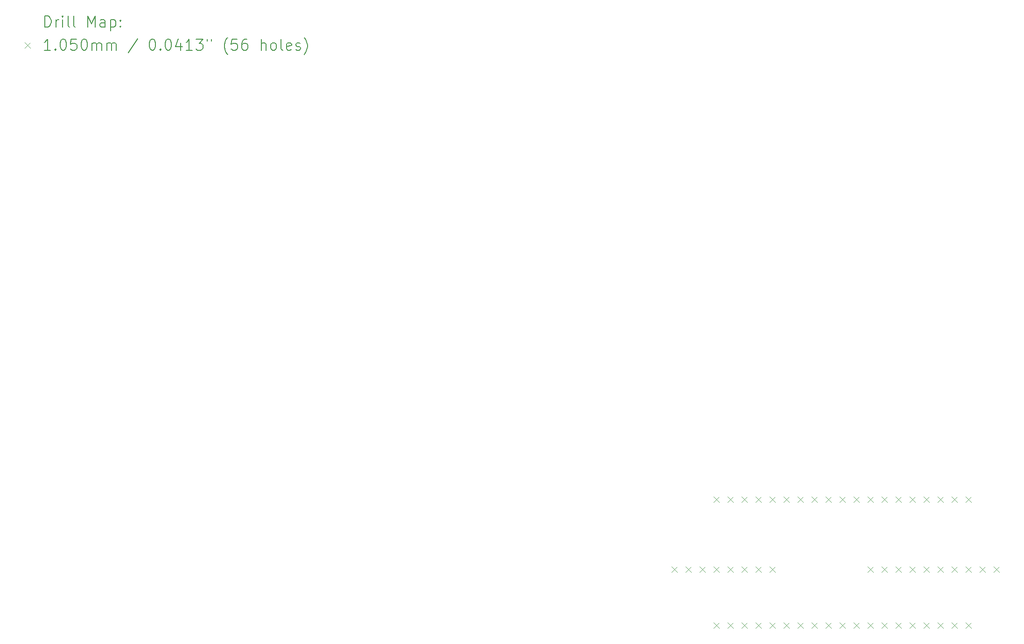
<source format=gbr>
%TF.GenerationSoftware,KiCad,Pcbnew,7.0.10*%
%TF.CreationDate,2024-01-04T22:49:13-05:00*%
%TF.ProjectId,ESP32,45535033-322e-46b6-9963-61645f706362,2*%
%TF.SameCoordinates,Original*%
%TF.FileFunction,Drillmap*%
%TF.FilePolarity,Positive*%
%FSLAX45Y45*%
G04 Gerber Fmt 4.5, Leading zero omitted, Abs format (unit mm)*
G04 Created by KiCad (PCBNEW 7.0.10) date 2024-01-04 22:49:13*
%MOMM*%
%LPD*%
G01*
G04 APERTURE LIST*
%ADD10C,0.200000*%
%ADD11C,0.105000*%
G04 APERTURE END LIST*
D10*
D11*
X11630500Y-10106000D02*
X11735500Y-10211000D01*
X11735500Y-10106000D02*
X11630500Y-10211000D01*
X11884500Y-10106000D02*
X11989500Y-10211000D01*
X11989500Y-10106000D02*
X11884500Y-10211000D01*
X12138500Y-10106000D02*
X12243500Y-10211000D01*
X12243500Y-10106000D02*
X12138500Y-10211000D01*
X12392500Y-10106000D02*
X12497500Y-10211000D01*
X12497500Y-10106000D02*
X12392500Y-10211000D01*
X12392500Y-11124500D02*
X12497500Y-11229500D01*
X12497500Y-11124500D02*
X12392500Y-11229500D01*
X12393500Y-8836000D02*
X12498500Y-8941000D01*
X12498500Y-8836000D02*
X12393500Y-8941000D01*
X12646500Y-10106000D02*
X12751500Y-10211000D01*
X12751500Y-10106000D02*
X12646500Y-10211000D01*
X12646500Y-11124500D02*
X12751500Y-11229500D01*
X12751500Y-11124500D02*
X12646500Y-11229500D01*
X12647500Y-8836000D02*
X12752500Y-8941000D01*
X12752500Y-8836000D02*
X12647500Y-8941000D01*
X12900500Y-10106000D02*
X13005500Y-10211000D01*
X13005500Y-10106000D02*
X12900500Y-10211000D01*
X12900500Y-11124500D02*
X13005500Y-11229500D01*
X13005500Y-11124500D02*
X12900500Y-11229500D01*
X12901500Y-8836000D02*
X13006500Y-8941000D01*
X13006500Y-8836000D02*
X12901500Y-8941000D01*
X13154500Y-10106000D02*
X13259500Y-10211000D01*
X13259500Y-10106000D02*
X13154500Y-10211000D01*
X13154500Y-11124500D02*
X13259500Y-11229500D01*
X13259500Y-11124500D02*
X13154500Y-11229500D01*
X13155500Y-8836000D02*
X13260500Y-8941000D01*
X13260500Y-8836000D02*
X13155500Y-8941000D01*
X13408500Y-10106000D02*
X13513500Y-10211000D01*
X13513500Y-10106000D02*
X13408500Y-10211000D01*
X13408500Y-11124500D02*
X13513500Y-11229500D01*
X13513500Y-11124500D02*
X13408500Y-11229500D01*
X13409500Y-8836000D02*
X13514500Y-8941000D01*
X13514500Y-8836000D02*
X13409500Y-8941000D01*
X13662500Y-11124500D02*
X13767500Y-11229500D01*
X13767500Y-11124500D02*
X13662500Y-11229500D01*
X13663500Y-8836000D02*
X13768500Y-8941000D01*
X13768500Y-8836000D02*
X13663500Y-8941000D01*
X13916500Y-11124500D02*
X14021500Y-11229500D01*
X14021500Y-11124500D02*
X13916500Y-11229500D01*
X13917500Y-8836000D02*
X14022500Y-8941000D01*
X14022500Y-8836000D02*
X13917500Y-8941000D01*
X14170500Y-11124500D02*
X14275500Y-11229500D01*
X14275500Y-11124500D02*
X14170500Y-11229500D01*
X14171500Y-8836000D02*
X14276500Y-8941000D01*
X14276500Y-8836000D02*
X14171500Y-8941000D01*
X14424500Y-11124500D02*
X14529500Y-11229500D01*
X14529500Y-11124500D02*
X14424500Y-11229500D01*
X14425500Y-8836000D02*
X14530500Y-8941000D01*
X14530500Y-8836000D02*
X14425500Y-8941000D01*
X14678500Y-11124500D02*
X14783500Y-11229500D01*
X14783500Y-11124500D02*
X14678500Y-11229500D01*
X14679500Y-8836000D02*
X14784500Y-8941000D01*
X14784500Y-8836000D02*
X14679500Y-8941000D01*
X14932500Y-11124500D02*
X15037500Y-11229500D01*
X15037500Y-11124500D02*
X14932500Y-11229500D01*
X14933500Y-8836000D02*
X15038500Y-8941000D01*
X15038500Y-8836000D02*
X14933500Y-8941000D01*
X15186500Y-10108500D02*
X15291500Y-10213500D01*
X15291500Y-10108500D02*
X15186500Y-10213500D01*
X15186500Y-11124500D02*
X15291500Y-11229500D01*
X15291500Y-11124500D02*
X15186500Y-11229500D01*
X15187500Y-8836000D02*
X15292500Y-8941000D01*
X15292500Y-8836000D02*
X15187500Y-8941000D01*
X15440500Y-10108500D02*
X15545500Y-10213500D01*
X15545500Y-10108500D02*
X15440500Y-10213500D01*
X15440500Y-11124500D02*
X15545500Y-11229500D01*
X15545500Y-11124500D02*
X15440500Y-11229500D01*
X15441500Y-8836000D02*
X15546500Y-8941000D01*
X15546500Y-8836000D02*
X15441500Y-8941000D01*
X15694500Y-10108500D02*
X15799500Y-10213500D01*
X15799500Y-10108500D02*
X15694500Y-10213500D01*
X15694500Y-11124500D02*
X15799500Y-11229500D01*
X15799500Y-11124500D02*
X15694500Y-11229500D01*
X15695500Y-8836000D02*
X15800500Y-8941000D01*
X15800500Y-8836000D02*
X15695500Y-8941000D01*
X15948500Y-10108500D02*
X16053500Y-10213500D01*
X16053500Y-10108500D02*
X15948500Y-10213500D01*
X15948500Y-11124500D02*
X16053500Y-11229500D01*
X16053500Y-11124500D02*
X15948500Y-11229500D01*
X15949500Y-8836000D02*
X16054500Y-8941000D01*
X16054500Y-8836000D02*
X15949500Y-8941000D01*
X16202500Y-10108500D02*
X16307500Y-10213500D01*
X16307500Y-10108500D02*
X16202500Y-10213500D01*
X16202500Y-11124500D02*
X16307500Y-11229500D01*
X16307500Y-11124500D02*
X16202500Y-11229500D01*
X16203500Y-8836000D02*
X16308500Y-8941000D01*
X16308500Y-8836000D02*
X16203500Y-8941000D01*
X16456500Y-10108500D02*
X16561500Y-10213500D01*
X16561500Y-10108500D02*
X16456500Y-10213500D01*
X16456500Y-11124500D02*
X16561500Y-11229500D01*
X16561500Y-11124500D02*
X16456500Y-11229500D01*
X16457500Y-8836000D02*
X16562500Y-8941000D01*
X16562500Y-8836000D02*
X16457500Y-8941000D01*
X16710500Y-10108500D02*
X16815500Y-10213500D01*
X16815500Y-10108500D02*
X16710500Y-10213500D01*
X16710500Y-11124500D02*
X16815500Y-11229500D01*
X16815500Y-11124500D02*
X16710500Y-11229500D01*
X16711500Y-8836000D02*
X16816500Y-8941000D01*
X16816500Y-8836000D02*
X16711500Y-8941000D01*
X16964500Y-10108500D02*
X17069500Y-10213500D01*
X17069500Y-10108500D02*
X16964500Y-10213500D01*
X16964500Y-11124500D02*
X17069500Y-11229500D01*
X17069500Y-11124500D02*
X16964500Y-11229500D01*
X16965500Y-8836000D02*
X17070500Y-8941000D01*
X17070500Y-8836000D02*
X16965500Y-8941000D01*
X17218500Y-10108500D02*
X17323500Y-10213500D01*
X17323500Y-10108500D02*
X17218500Y-10213500D01*
X17472500Y-10108500D02*
X17577500Y-10213500D01*
X17577500Y-10108500D02*
X17472500Y-10213500D01*
D10*
X260777Y-311484D02*
X260777Y-111484D01*
X260777Y-111484D02*
X308396Y-111484D01*
X308396Y-111484D02*
X336967Y-121008D01*
X336967Y-121008D02*
X356015Y-140055D01*
X356015Y-140055D02*
X365539Y-159103D01*
X365539Y-159103D02*
X375062Y-197198D01*
X375062Y-197198D02*
X375062Y-225769D01*
X375062Y-225769D02*
X365539Y-263865D01*
X365539Y-263865D02*
X356015Y-282912D01*
X356015Y-282912D02*
X336967Y-301960D01*
X336967Y-301960D02*
X308396Y-311484D01*
X308396Y-311484D02*
X260777Y-311484D01*
X460777Y-311484D02*
X460777Y-178150D01*
X460777Y-216246D02*
X470301Y-197198D01*
X470301Y-197198D02*
X479824Y-187674D01*
X479824Y-187674D02*
X498872Y-178150D01*
X498872Y-178150D02*
X517920Y-178150D01*
X584586Y-311484D02*
X584586Y-178150D01*
X584586Y-111484D02*
X575063Y-121008D01*
X575063Y-121008D02*
X584586Y-130531D01*
X584586Y-130531D02*
X594110Y-121008D01*
X594110Y-121008D02*
X584586Y-111484D01*
X584586Y-111484D02*
X584586Y-130531D01*
X708396Y-311484D02*
X689348Y-301960D01*
X689348Y-301960D02*
X679824Y-282912D01*
X679824Y-282912D02*
X679824Y-111484D01*
X813158Y-311484D02*
X794110Y-301960D01*
X794110Y-301960D02*
X784586Y-282912D01*
X784586Y-282912D02*
X784586Y-111484D01*
X1041729Y-311484D02*
X1041729Y-111484D01*
X1041729Y-111484D02*
X1108396Y-254341D01*
X1108396Y-254341D02*
X1175063Y-111484D01*
X1175063Y-111484D02*
X1175063Y-311484D01*
X1356015Y-311484D02*
X1356015Y-206722D01*
X1356015Y-206722D02*
X1346491Y-187674D01*
X1346491Y-187674D02*
X1327444Y-178150D01*
X1327444Y-178150D02*
X1289348Y-178150D01*
X1289348Y-178150D02*
X1270301Y-187674D01*
X1356015Y-301960D02*
X1336967Y-311484D01*
X1336967Y-311484D02*
X1289348Y-311484D01*
X1289348Y-311484D02*
X1270301Y-301960D01*
X1270301Y-301960D02*
X1260777Y-282912D01*
X1260777Y-282912D02*
X1260777Y-263865D01*
X1260777Y-263865D02*
X1270301Y-244817D01*
X1270301Y-244817D02*
X1289348Y-235293D01*
X1289348Y-235293D02*
X1336967Y-235293D01*
X1336967Y-235293D02*
X1356015Y-225769D01*
X1451253Y-178150D02*
X1451253Y-378150D01*
X1451253Y-187674D02*
X1470301Y-178150D01*
X1470301Y-178150D02*
X1508396Y-178150D01*
X1508396Y-178150D02*
X1527443Y-187674D01*
X1527443Y-187674D02*
X1536967Y-197198D01*
X1536967Y-197198D02*
X1546491Y-216246D01*
X1546491Y-216246D02*
X1546491Y-273389D01*
X1546491Y-273389D02*
X1536967Y-292436D01*
X1536967Y-292436D02*
X1527443Y-301960D01*
X1527443Y-301960D02*
X1508396Y-311484D01*
X1508396Y-311484D02*
X1470301Y-311484D01*
X1470301Y-311484D02*
X1451253Y-301960D01*
X1632205Y-292436D02*
X1641729Y-301960D01*
X1641729Y-301960D02*
X1632205Y-311484D01*
X1632205Y-311484D02*
X1622682Y-301960D01*
X1622682Y-301960D02*
X1632205Y-292436D01*
X1632205Y-292436D02*
X1632205Y-311484D01*
X1632205Y-187674D02*
X1641729Y-197198D01*
X1641729Y-197198D02*
X1632205Y-206722D01*
X1632205Y-206722D02*
X1622682Y-197198D01*
X1622682Y-197198D02*
X1632205Y-187674D01*
X1632205Y-187674D02*
X1632205Y-206722D01*
D11*
X-105000Y-587500D02*
X0Y-692500D01*
X0Y-587500D02*
X-105000Y-692500D01*
D10*
X365539Y-731484D02*
X251253Y-731484D01*
X308396Y-731484D02*
X308396Y-531484D01*
X308396Y-531484D02*
X289348Y-560055D01*
X289348Y-560055D02*
X270301Y-579103D01*
X270301Y-579103D02*
X251253Y-588627D01*
X451253Y-712436D02*
X460777Y-721960D01*
X460777Y-721960D02*
X451253Y-731484D01*
X451253Y-731484D02*
X441729Y-721960D01*
X441729Y-721960D02*
X451253Y-712436D01*
X451253Y-712436D02*
X451253Y-731484D01*
X584586Y-531484D02*
X603634Y-531484D01*
X603634Y-531484D02*
X622682Y-541008D01*
X622682Y-541008D02*
X632205Y-550531D01*
X632205Y-550531D02*
X641729Y-569579D01*
X641729Y-569579D02*
X651253Y-607674D01*
X651253Y-607674D02*
X651253Y-655293D01*
X651253Y-655293D02*
X641729Y-693389D01*
X641729Y-693389D02*
X632205Y-712436D01*
X632205Y-712436D02*
X622682Y-721960D01*
X622682Y-721960D02*
X603634Y-731484D01*
X603634Y-731484D02*
X584586Y-731484D01*
X584586Y-731484D02*
X565539Y-721960D01*
X565539Y-721960D02*
X556015Y-712436D01*
X556015Y-712436D02*
X546491Y-693389D01*
X546491Y-693389D02*
X536967Y-655293D01*
X536967Y-655293D02*
X536967Y-607674D01*
X536967Y-607674D02*
X546491Y-569579D01*
X546491Y-569579D02*
X556015Y-550531D01*
X556015Y-550531D02*
X565539Y-541008D01*
X565539Y-541008D02*
X584586Y-531484D01*
X832205Y-531484D02*
X736967Y-531484D01*
X736967Y-531484D02*
X727443Y-626722D01*
X727443Y-626722D02*
X736967Y-617198D01*
X736967Y-617198D02*
X756015Y-607674D01*
X756015Y-607674D02*
X803634Y-607674D01*
X803634Y-607674D02*
X822682Y-617198D01*
X822682Y-617198D02*
X832205Y-626722D01*
X832205Y-626722D02*
X841729Y-645770D01*
X841729Y-645770D02*
X841729Y-693389D01*
X841729Y-693389D02*
X832205Y-712436D01*
X832205Y-712436D02*
X822682Y-721960D01*
X822682Y-721960D02*
X803634Y-731484D01*
X803634Y-731484D02*
X756015Y-731484D01*
X756015Y-731484D02*
X736967Y-721960D01*
X736967Y-721960D02*
X727443Y-712436D01*
X965539Y-531484D02*
X984586Y-531484D01*
X984586Y-531484D02*
X1003634Y-541008D01*
X1003634Y-541008D02*
X1013158Y-550531D01*
X1013158Y-550531D02*
X1022682Y-569579D01*
X1022682Y-569579D02*
X1032205Y-607674D01*
X1032205Y-607674D02*
X1032205Y-655293D01*
X1032205Y-655293D02*
X1022682Y-693389D01*
X1022682Y-693389D02*
X1013158Y-712436D01*
X1013158Y-712436D02*
X1003634Y-721960D01*
X1003634Y-721960D02*
X984586Y-731484D01*
X984586Y-731484D02*
X965539Y-731484D01*
X965539Y-731484D02*
X946491Y-721960D01*
X946491Y-721960D02*
X936967Y-712436D01*
X936967Y-712436D02*
X927443Y-693389D01*
X927443Y-693389D02*
X917920Y-655293D01*
X917920Y-655293D02*
X917920Y-607674D01*
X917920Y-607674D02*
X927443Y-569579D01*
X927443Y-569579D02*
X936967Y-550531D01*
X936967Y-550531D02*
X946491Y-541008D01*
X946491Y-541008D02*
X965539Y-531484D01*
X1117920Y-731484D02*
X1117920Y-598150D01*
X1117920Y-617198D02*
X1127444Y-607674D01*
X1127444Y-607674D02*
X1146491Y-598150D01*
X1146491Y-598150D02*
X1175063Y-598150D01*
X1175063Y-598150D02*
X1194110Y-607674D01*
X1194110Y-607674D02*
X1203634Y-626722D01*
X1203634Y-626722D02*
X1203634Y-731484D01*
X1203634Y-626722D02*
X1213158Y-607674D01*
X1213158Y-607674D02*
X1232205Y-598150D01*
X1232205Y-598150D02*
X1260777Y-598150D01*
X1260777Y-598150D02*
X1279825Y-607674D01*
X1279825Y-607674D02*
X1289348Y-626722D01*
X1289348Y-626722D02*
X1289348Y-731484D01*
X1384586Y-731484D02*
X1384586Y-598150D01*
X1384586Y-617198D02*
X1394110Y-607674D01*
X1394110Y-607674D02*
X1413158Y-598150D01*
X1413158Y-598150D02*
X1441729Y-598150D01*
X1441729Y-598150D02*
X1460777Y-607674D01*
X1460777Y-607674D02*
X1470301Y-626722D01*
X1470301Y-626722D02*
X1470301Y-731484D01*
X1470301Y-626722D02*
X1479824Y-607674D01*
X1479824Y-607674D02*
X1498872Y-598150D01*
X1498872Y-598150D02*
X1527443Y-598150D01*
X1527443Y-598150D02*
X1546491Y-607674D01*
X1546491Y-607674D02*
X1556015Y-626722D01*
X1556015Y-626722D02*
X1556015Y-731484D01*
X1946491Y-521960D02*
X1775063Y-779103D01*
X2203634Y-531484D02*
X2222682Y-531484D01*
X2222682Y-531484D02*
X2241729Y-541008D01*
X2241729Y-541008D02*
X2251253Y-550531D01*
X2251253Y-550531D02*
X2260777Y-569579D01*
X2260777Y-569579D02*
X2270301Y-607674D01*
X2270301Y-607674D02*
X2270301Y-655293D01*
X2270301Y-655293D02*
X2260777Y-693389D01*
X2260777Y-693389D02*
X2251253Y-712436D01*
X2251253Y-712436D02*
X2241729Y-721960D01*
X2241729Y-721960D02*
X2222682Y-731484D01*
X2222682Y-731484D02*
X2203634Y-731484D01*
X2203634Y-731484D02*
X2184587Y-721960D01*
X2184587Y-721960D02*
X2175063Y-712436D01*
X2175063Y-712436D02*
X2165539Y-693389D01*
X2165539Y-693389D02*
X2156015Y-655293D01*
X2156015Y-655293D02*
X2156015Y-607674D01*
X2156015Y-607674D02*
X2165539Y-569579D01*
X2165539Y-569579D02*
X2175063Y-550531D01*
X2175063Y-550531D02*
X2184587Y-541008D01*
X2184587Y-541008D02*
X2203634Y-531484D01*
X2356015Y-712436D02*
X2365539Y-721960D01*
X2365539Y-721960D02*
X2356015Y-731484D01*
X2356015Y-731484D02*
X2346491Y-721960D01*
X2346491Y-721960D02*
X2356015Y-712436D01*
X2356015Y-712436D02*
X2356015Y-731484D01*
X2489348Y-531484D02*
X2508396Y-531484D01*
X2508396Y-531484D02*
X2527444Y-541008D01*
X2527444Y-541008D02*
X2536968Y-550531D01*
X2536968Y-550531D02*
X2546491Y-569579D01*
X2546491Y-569579D02*
X2556015Y-607674D01*
X2556015Y-607674D02*
X2556015Y-655293D01*
X2556015Y-655293D02*
X2546491Y-693389D01*
X2546491Y-693389D02*
X2536968Y-712436D01*
X2536968Y-712436D02*
X2527444Y-721960D01*
X2527444Y-721960D02*
X2508396Y-731484D01*
X2508396Y-731484D02*
X2489348Y-731484D01*
X2489348Y-731484D02*
X2470301Y-721960D01*
X2470301Y-721960D02*
X2460777Y-712436D01*
X2460777Y-712436D02*
X2451253Y-693389D01*
X2451253Y-693389D02*
X2441729Y-655293D01*
X2441729Y-655293D02*
X2441729Y-607674D01*
X2441729Y-607674D02*
X2451253Y-569579D01*
X2451253Y-569579D02*
X2460777Y-550531D01*
X2460777Y-550531D02*
X2470301Y-541008D01*
X2470301Y-541008D02*
X2489348Y-531484D01*
X2727444Y-598150D02*
X2727444Y-731484D01*
X2679825Y-521960D02*
X2632206Y-664817D01*
X2632206Y-664817D02*
X2756015Y-664817D01*
X2936967Y-731484D02*
X2822682Y-731484D01*
X2879825Y-731484D02*
X2879825Y-531484D01*
X2879825Y-531484D02*
X2860777Y-560055D01*
X2860777Y-560055D02*
X2841729Y-579103D01*
X2841729Y-579103D02*
X2822682Y-588627D01*
X3003634Y-531484D02*
X3127444Y-531484D01*
X3127444Y-531484D02*
X3060777Y-607674D01*
X3060777Y-607674D02*
X3089348Y-607674D01*
X3089348Y-607674D02*
X3108396Y-617198D01*
X3108396Y-617198D02*
X3117920Y-626722D01*
X3117920Y-626722D02*
X3127444Y-645770D01*
X3127444Y-645770D02*
X3127444Y-693389D01*
X3127444Y-693389D02*
X3117920Y-712436D01*
X3117920Y-712436D02*
X3108396Y-721960D01*
X3108396Y-721960D02*
X3089348Y-731484D01*
X3089348Y-731484D02*
X3032206Y-731484D01*
X3032206Y-731484D02*
X3013158Y-721960D01*
X3013158Y-721960D02*
X3003634Y-712436D01*
X3203634Y-531484D02*
X3203634Y-569579D01*
X3279825Y-531484D02*
X3279825Y-569579D01*
X3575063Y-807674D02*
X3565539Y-798150D01*
X3565539Y-798150D02*
X3546491Y-769579D01*
X3546491Y-769579D02*
X3536968Y-750531D01*
X3536968Y-750531D02*
X3527444Y-721960D01*
X3527444Y-721960D02*
X3517920Y-674341D01*
X3517920Y-674341D02*
X3517920Y-636246D01*
X3517920Y-636246D02*
X3527444Y-588627D01*
X3527444Y-588627D02*
X3536968Y-560055D01*
X3536968Y-560055D02*
X3546491Y-541008D01*
X3546491Y-541008D02*
X3565539Y-512436D01*
X3565539Y-512436D02*
X3575063Y-502912D01*
X3746491Y-531484D02*
X3651253Y-531484D01*
X3651253Y-531484D02*
X3641729Y-626722D01*
X3641729Y-626722D02*
X3651253Y-617198D01*
X3651253Y-617198D02*
X3670301Y-607674D01*
X3670301Y-607674D02*
X3717920Y-607674D01*
X3717920Y-607674D02*
X3736968Y-617198D01*
X3736968Y-617198D02*
X3746491Y-626722D01*
X3746491Y-626722D02*
X3756015Y-645770D01*
X3756015Y-645770D02*
X3756015Y-693389D01*
X3756015Y-693389D02*
X3746491Y-712436D01*
X3746491Y-712436D02*
X3736968Y-721960D01*
X3736968Y-721960D02*
X3717920Y-731484D01*
X3717920Y-731484D02*
X3670301Y-731484D01*
X3670301Y-731484D02*
X3651253Y-721960D01*
X3651253Y-721960D02*
X3641729Y-712436D01*
X3927444Y-531484D02*
X3889348Y-531484D01*
X3889348Y-531484D02*
X3870301Y-541008D01*
X3870301Y-541008D02*
X3860777Y-550531D01*
X3860777Y-550531D02*
X3841729Y-579103D01*
X3841729Y-579103D02*
X3832206Y-617198D01*
X3832206Y-617198D02*
X3832206Y-693389D01*
X3832206Y-693389D02*
X3841729Y-712436D01*
X3841729Y-712436D02*
X3851253Y-721960D01*
X3851253Y-721960D02*
X3870301Y-731484D01*
X3870301Y-731484D02*
X3908396Y-731484D01*
X3908396Y-731484D02*
X3927444Y-721960D01*
X3927444Y-721960D02*
X3936968Y-712436D01*
X3936968Y-712436D02*
X3946491Y-693389D01*
X3946491Y-693389D02*
X3946491Y-645770D01*
X3946491Y-645770D02*
X3936968Y-626722D01*
X3936968Y-626722D02*
X3927444Y-617198D01*
X3927444Y-617198D02*
X3908396Y-607674D01*
X3908396Y-607674D02*
X3870301Y-607674D01*
X3870301Y-607674D02*
X3851253Y-617198D01*
X3851253Y-617198D02*
X3841729Y-626722D01*
X3841729Y-626722D02*
X3832206Y-645770D01*
X4184587Y-731484D02*
X4184587Y-531484D01*
X4270301Y-731484D02*
X4270301Y-626722D01*
X4270301Y-626722D02*
X4260777Y-607674D01*
X4260777Y-607674D02*
X4241730Y-598150D01*
X4241730Y-598150D02*
X4213158Y-598150D01*
X4213158Y-598150D02*
X4194110Y-607674D01*
X4194110Y-607674D02*
X4184587Y-617198D01*
X4394111Y-731484D02*
X4375063Y-721960D01*
X4375063Y-721960D02*
X4365539Y-712436D01*
X4365539Y-712436D02*
X4356015Y-693389D01*
X4356015Y-693389D02*
X4356015Y-636246D01*
X4356015Y-636246D02*
X4365539Y-617198D01*
X4365539Y-617198D02*
X4375063Y-607674D01*
X4375063Y-607674D02*
X4394111Y-598150D01*
X4394111Y-598150D02*
X4422682Y-598150D01*
X4422682Y-598150D02*
X4441730Y-607674D01*
X4441730Y-607674D02*
X4451253Y-617198D01*
X4451253Y-617198D02*
X4460777Y-636246D01*
X4460777Y-636246D02*
X4460777Y-693389D01*
X4460777Y-693389D02*
X4451253Y-712436D01*
X4451253Y-712436D02*
X4441730Y-721960D01*
X4441730Y-721960D02*
X4422682Y-731484D01*
X4422682Y-731484D02*
X4394111Y-731484D01*
X4575063Y-731484D02*
X4556015Y-721960D01*
X4556015Y-721960D02*
X4546492Y-702912D01*
X4546492Y-702912D02*
X4546492Y-531484D01*
X4727444Y-721960D02*
X4708396Y-731484D01*
X4708396Y-731484D02*
X4670301Y-731484D01*
X4670301Y-731484D02*
X4651253Y-721960D01*
X4651253Y-721960D02*
X4641730Y-702912D01*
X4641730Y-702912D02*
X4641730Y-626722D01*
X4641730Y-626722D02*
X4651253Y-607674D01*
X4651253Y-607674D02*
X4670301Y-598150D01*
X4670301Y-598150D02*
X4708396Y-598150D01*
X4708396Y-598150D02*
X4727444Y-607674D01*
X4727444Y-607674D02*
X4736968Y-626722D01*
X4736968Y-626722D02*
X4736968Y-645770D01*
X4736968Y-645770D02*
X4641730Y-664817D01*
X4813158Y-721960D02*
X4832206Y-731484D01*
X4832206Y-731484D02*
X4870301Y-731484D01*
X4870301Y-731484D02*
X4889349Y-721960D01*
X4889349Y-721960D02*
X4898873Y-702912D01*
X4898873Y-702912D02*
X4898873Y-693389D01*
X4898873Y-693389D02*
X4889349Y-674341D01*
X4889349Y-674341D02*
X4870301Y-664817D01*
X4870301Y-664817D02*
X4841730Y-664817D01*
X4841730Y-664817D02*
X4822682Y-655293D01*
X4822682Y-655293D02*
X4813158Y-636246D01*
X4813158Y-636246D02*
X4813158Y-626722D01*
X4813158Y-626722D02*
X4822682Y-607674D01*
X4822682Y-607674D02*
X4841730Y-598150D01*
X4841730Y-598150D02*
X4870301Y-598150D01*
X4870301Y-598150D02*
X4889349Y-607674D01*
X4965539Y-807674D02*
X4975063Y-798150D01*
X4975063Y-798150D02*
X4994111Y-769579D01*
X4994111Y-769579D02*
X5003634Y-750531D01*
X5003634Y-750531D02*
X5013158Y-721960D01*
X5013158Y-721960D02*
X5022682Y-674341D01*
X5022682Y-674341D02*
X5022682Y-636246D01*
X5022682Y-636246D02*
X5013158Y-588627D01*
X5013158Y-588627D02*
X5003634Y-560055D01*
X5003634Y-560055D02*
X4994111Y-541008D01*
X4994111Y-541008D02*
X4975063Y-512436D01*
X4975063Y-512436D02*
X4965539Y-502912D01*
M02*

</source>
